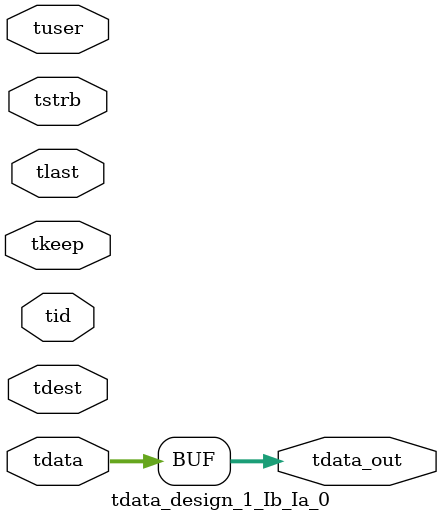
<source format=v>


`timescale 1ps/1ps

module tdata_design_1_Ib_Ia_0 #
(
parameter C_S_AXIS_TDATA_WIDTH = 32,
parameter C_S_AXIS_TUSER_WIDTH = 0,
parameter C_S_AXIS_TID_WIDTH   = 0,
parameter C_S_AXIS_TDEST_WIDTH = 0,
parameter C_M_AXIS_TDATA_WIDTH = 32
)
(
input  [(C_S_AXIS_TDATA_WIDTH == 0 ? 1 : C_S_AXIS_TDATA_WIDTH)-1:0     ] tdata,
input  [(C_S_AXIS_TUSER_WIDTH == 0 ? 1 : C_S_AXIS_TUSER_WIDTH)-1:0     ] tuser,
input  [(C_S_AXIS_TID_WIDTH   == 0 ? 1 : C_S_AXIS_TID_WIDTH)-1:0       ] tid,
input  [(C_S_AXIS_TDEST_WIDTH == 0 ? 1 : C_S_AXIS_TDEST_WIDTH)-1:0     ] tdest,
input  [(C_S_AXIS_TDATA_WIDTH/8)-1:0 ] tkeep,
input  [(C_S_AXIS_TDATA_WIDTH/8)-1:0 ] tstrb,
input                                                                    tlast,
output [C_M_AXIS_TDATA_WIDTH-1:0] tdata_out
);

assign tdata_out = {tdata[47:0]};

endmodule


</source>
